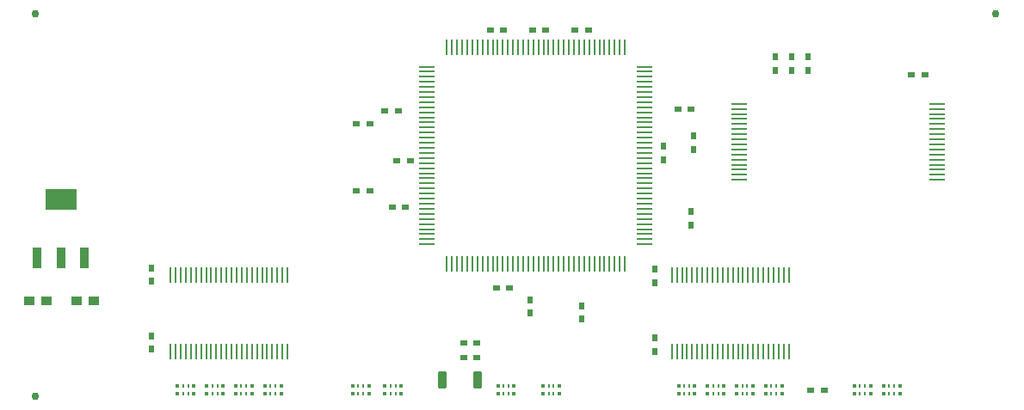
<source format=gbr>
G04 DipTrace 4.0.0.4*
G04 TopPaste.gbr*
%MOIN*%
G04 #@! TF.FileFunction,Paste,Top*
G04 #@! TF.Part,Single*
%AMOUTLINE2*
4,1,28,
-0.010107,0.032283,
0.010107,0.032283,
0.01227,0.031999,
0.014165,0.031214,
0.015792,0.029965,
0.017041,0.028338,
0.017826,0.026443,
0.01811,0.02428,
0.01811,-0.02428,
0.017826,-0.026443,
0.017041,-0.028338,
0.015792,-0.029965,
0.014165,-0.031214,
0.01227,-0.031999,
0.010107,-0.032283,
-0.010107,-0.032283,
-0.01227,-0.031999,
-0.014165,-0.031214,
-0.015792,-0.029965,
-0.017041,-0.028338,
-0.017826,-0.026443,
-0.01811,-0.02428,
-0.01811,0.02428,
-0.017826,0.026443,
-0.017041,0.028338,
-0.015792,0.029965,
-0.014165,0.031214,
-0.01227,0.031999,
-0.010107,0.032283,
0*%
%AMOUTLINE5*
4,1,28,
0.010107,-0.032283,
-0.010107,-0.032283,
-0.01227,-0.031999,
-0.014165,-0.031214,
-0.015792,-0.029965,
-0.017041,-0.028338,
-0.017826,-0.026443,
-0.01811,-0.02428,
-0.01811,0.02428,
-0.017826,0.026443,
-0.017041,0.028338,
-0.015792,0.029965,
-0.014165,0.031214,
-0.01227,0.031999,
-0.010107,0.032283,
0.010107,0.032283,
0.01227,0.031999,
0.014165,0.031214,
0.015792,0.029965,
0.017041,0.028338,
0.017826,0.026443,
0.01811,0.02428,
0.01811,-0.02428,
0.017826,-0.026443,
0.017041,-0.028338,
0.015792,-0.029965,
0.014165,-0.031214,
0.01227,-0.031999,
0.010107,-0.032283,
0*%
%ADD24C,0.029606*%
%ADD46R,0.124016X0.080709*%
%ADD48R,0.033465X0.080709*%
%ADD52R,0.059055X0.007874*%
%ADD54R,0.007874X0.059055*%
%ADD56R,0.007874X0.015748*%
%ADD58R,0.011811X0.015748*%
%ADD70R,0.023622X0.031496*%
%ADD72R,0.031496X0.023622*%
%ADD74R,0.03937X0.035433*%
%ADD82OUTLINE2*%
%ADD85OUTLINE5*%
%FSLAX26Y26*%
G04*
G70*
G90*
G75*
G01*
G04 TopPaste*
%LPD*%
D74*
X545916Y1303076D3*
X478987D3*
X727165D3*
X660236D3*
D72*
X2213041Y1081201D3*
X2161860D3*
X3556791Y956201D3*
X3505610D3*
D70*
X3493701Y2196235D3*
Y2247416D3*
D72*
X2316167Y2353076D3*
X2264986D3*
X2427484D3*
X2478665D3*
X2644291D3*
X2593110D3*
X3896235Y2178075D3*
X3947416D3*
X2989984Y2043701D3*
X3041165D3*
X1906791Y2037451D3*
X1855610D3*
X1746235Y1987451D3*
X1797416D3*
D70*
X3053076Y1941167D3*
Y1889986D3*
X2934325Y1849360D3*
Y1900541D3*
D72*
X1953667Y1843701D3*
X1902486D3*
X1746235Y1728076D3*
X1797416D3*
X1934916Y1665576D3*
X1883735D3*
D70*
X3040576Y1647416D3*
Y1596235D3*
X949951Y1377881D3*
Y1429062D3*
X2899950Y1372978D3*
Y1424159D3*
D72*
X2286861Y1353076D3*
X2338042D3*
D70*
X2418701Y1306791D3*
Y1255610D3*
X2618701Y1281791D3*
Y1230610D3*
X949951Y1165769D3*
Y1114588D3*
X2899950Y1157298D3*
Y1106117D3*
D82*
X2077731Y996825D3*
D85*
X2215920D3*
D24*
X499951Y2415577D3*
X4221825D3*
X499950Y931201D3*
D70*
X3368701Y2196235D3*
Y2247416D3*
X3431189Y2196238D3*
Y2247419D3*
D72*
X2213041Y1137451D3*
X2161860D3*
D58*
X1052976Y970587D3*
D56*
X1074630D3*
X1094315D3*
D58*
X1115969D3*
X1052976Y943028D3*
D56*
X1074630D3*
X1094315D3*
D58*
X1115969D3*
X1165476Y970587D3*
D56*
X1187130D3*
X1206815D3*
D58*
X1228469D3*
X1165476Y943028D3*
D56*
X1187130D3*
X1206815D3*
D58*
X1228469D3*
X1277975Y970587D3*
D56*
X1299629D3*
X1319314D3*
D58*
X1340967D3*
X1277975Y943028D3*
D56*
X1299629D3*
X1319314D3*
D58*
X1340967D3*
X1390476Y970587D3*
D56*
X1412130D3*
X1431815D3*
D58*
X1453469D3*
X1390476Y943028D3*
D56*
X1412130D3*
X1431815D3*
D58*
X1453469D3*
X1730945Y970591D3*
D56*
X1752598D3*
X1772283D3*
D58*
X1793937D3*
X1730945Y943031D3*
D56*
X1752598D3*
X1772283D3*
D58*
X1793937D3*
X1855945Y970591D3*
D56*
X1877598D3*
X1897283D3*
D58*
X1918937D3*
X1855945Y943031D3*
D56*
X1877598D3*
X1897283D3*
D58*
X1918937D3*
X2293465Y970591D3*
D56*
X2315118D3*
X2334803D3*
D58*
X2356457D3*
X2293465Y943031D3*
D56*
X2315118D3*
X2334803D3*
D58*
X2356457D3*
X2468465Y970591D3*
D56*
X2490118D3*
X2509803D3*
D58*
X2531457D3*
X2468465Y943031D3*
D56*
X2490118D3*
X2509803D3*
D58*
X2531457D3*
X2993465Y970591D3*
D56*
X3015118D3*
X3034803D3*
D58*
X3056457D3*
X2993465Y943031D3*
D56*
X3015118D3*
X3034803D3*
D58*
X3056457D3*
X3105945Y970591D3*
D56*
X3127598D3*
X3147283D3*
D58*
X3168937D3*
X3105945Y943031D3*
D56*
X3127598D3*
X3147283D3*
D58*
X3168937D3*
X3218465Y970591D3*
D56*
X3240118D3*
X3259803D3*
D58*
X3281457D3*
X3218465Y943031D3*
D56*
X3240118D3*
X3259803D3*
D58*
X3281457D3*
X3330945Y970591D3*
D56*
X3352598D3*
X3372283D3*
D58*
X3393937D3*
X3330945Y943031D3*
D56*
X3352598D3*
X3372283D3*
D58*
X3393937D3*
X3674724Y970591D3*
D56*
X3696378D3*
X3716063D3*
D58*
X3737717D3*
X3674724Y943031D3*
D56*
X3696378D3*
X3716063D3*
D58*
X3737717D3*
X3787205Y970591D3*
D56*
X3808858D3*
X3828543D3*
D58*
X3850197D3*
X3787205Y943031D3*
D56*
X3808858D3*
X3828543D3*
D58*
X3850197D3*
D54*
X2785064Y2286836D3*
X2765379D3*
X2745694D3*
X2726009D3*
X2706324D3*
X2686639D3*
X2666954D3*
X2647269D3*
X2627584D3*
X2607899D3*
X2588214D3*
X2568529D3*
X2548844D3*
X2529159D3*
X2509474D3*
X2489789D3*
X2470104D3*
X2450419D3*
X2430734D3*
X2411049D3*
X2391364D3*
X2371678D3*
X2351993D3*
X2332308D3*
X2312623D3*
X2292938D3*
X2273253D3*
X2253568D3*
X2233883D3*
X2214198D3*
X2194513D3*
X2174828D3*
X2155143D3*
X2135458D3*
X2115773D3*
X2096088D3*
D52*
X2019316Y2210064D3*
Y2190379D3*
Y2170694D3*
Y2151009D3*
Y2131324D3*
Y2111639D3*
Y2091954D3*
Y2072269D3*
Y2052584D3*
Y2032899D3*
Y2013214D3*
Y1993529D3*
Y1973844D3*
Y1954159D3*
Y1934474D3*
Y1914789D3*
Y1895104D3*
Y1875419D3*
Y1855734D3*
Y1836049D3*
Y1816364D3*
Y1796678D3*
Y1776993D3*
Y1757308D3*
Y1737623D3*
Y1717938D3*
Y1698253D3*
Y1678568D3*
Y1658883D3*
Y1639198D3*
Y1619513D3*
Y1599828D3*
Y1580143D3*
Y1560458D3*
Y1540773D3*
Y1521088D3*
D54*
X2096088Y1444316D3*
X2115773D3*
X2135458D3*
X2155143D3*
X2174828D3*
X2194513D3*
X2214198D3*
X2233883D3*
X2253568D3*
X2273253D3*
X2292938D3*
X2312623D3*
X2332308D3*
X2351993D3*
X2371678D3*
X2391364D3*
X2411049D3*
X2430734D3*
X2450419D3*
X2470104D3*
X2489789D3*
X2509474D3*
X2529159D3*
X2548844D3*
X2568529D3*
X2588214D3*
X2607899D3*
X2627584D3*
X2647269D3*
X2666954D3*
X2686639D3*
X2706324D3*
X2726009D3*
X2745694D3*
X2765379D3*
X2785064D3*
D52*
X2861836Y1521088D3*
Y1540773D3*
Y1560458D3*
Y1580143D3*
Y1599828D3*
Y1619513D3*
Y1639198D3*
Y1658883D3*
Y1678568D3*
Y1698253D3*
Y1717938D3*
Y1737623D3*
Y1757308D3*
Y1776993D3*
Y1796678D3*
Y1816364D3*
Y1836049D3*
Y1855734D3*
Y1875419D3*
Y1895104D3*
Y1914789D3*
Y1934474D3*
Y1954159D3*
Y1973844D3*
Y1993529D3*
Y2013214D3*
Y2032899D3*
Y2052584D3*
Y2072269D3*
Y2091954D3*
Y2111639D3*
Y2131324D3*
Y2151009D3*
Y2170694D3*
Y2190379D3*
Y2210064D3*
X3229136Y2066211D3*
Y2046526D3*
Y2026841D3*
Y2007156D3*
Y1987471D3*
Y1967786D3*
Y1948101D3*
Y1928416D3*
Y1908731D3*
Y1889046D3*
Y1869361D3*
Y1849676D3*
Y1829991D3*
Y1810306D3*
Y1790621D3*
Y1770936D3*
X3994885D3*
Y1790621D3*
Y1810306D3*
Y1829991D3*
Y1849676D3*
Y1869361D3*
Y1889046D3*
Y1908731D3*
Y1928416D3*
Y1948101D3*
Y1967786D3*
Y1987471D3*
Y2007156D3*
Y2026841D3*
Y2046526D3*
Y2066211D3*
D48*
X509400Y1467980D3*
X599951D3*
X690503D3*
D46*
X599951Y1696327D3*
D54*
X1025556Y1106778D3*
X1045241D3*
X1064927D3*
X1084612D3*
X1104297D3*
X1123982D3*
X1143667D3*
X1163352D3*
X1183037D3*
X1202722D3*
X1222407D3*
X1242092D3*
X1261777D3*
X1281462D3*
X1301147D3*
X1320832D3*
X1340517D3*
X1360202D3*
X1379887D3*
X1399572D3*
X1419257D3*
X1438942D3*
X1458627D3*
X1478312D3*
Y1402054D3*
X1458627D3*
X1438942D3*
X1419257D3*
X1399572D3*
X1379887D3*
X1360202D3*
X1340517D3*
X1320832D3*
X1301147D3*
X1281462D3*
X1261777D3*
X1242092D3*
X1222407D3*
X1202722D3*
X1183037D3*
X1163352D3*
X1143667D3*
X1123982D3*
X1104297D3*
X1084612D3*
X1064927D3*
X1045241D3*
X1025556D3*
X2967323Y1106772D3*
X2987008D3*
X3006693D3*
X3026378D3*
X3046063D3*
X3065748D3*
X3085433D3*
X3105118D3*
X3124803D3*
X3144488D3*
X3164173D3*
X3183858D3*
X3203543D3*
X3223228D3*
X3242913D3*
X3262598D3*
X3282283D3*
X3301969D3*
X3321654D3*
X3341339D3*
X3361024D3*
X3380709D3*
X3400394D3*
X3420079D3*
Y1402047D3*
X3400394D3*
X3380709D3*
X3361024D3*
X3341339D3*
X3321654D3*
X3301969D3*
X3282283D3*
X3262598D3*
X3242913D3*
X3223228D3*
X3203543D3*
X3183858D3*
X3164173D3*
X3144488D3*
X3124803D3*
X3105118D3*
X3085433D3*
X3065748D3*
X3046063D3*
X3026378D3*
X3006693D3*
X2987008D3*
X2967323D3*
M02*

</source>
